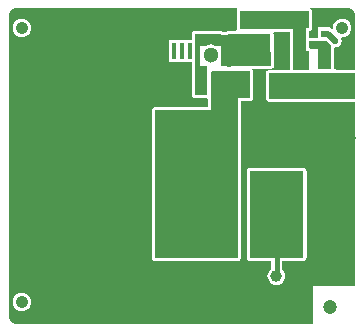
<source format=gtl>
G04 Layer_Physical_Order=1*
G04 Layer_Color=255*
%FSLAX25Y25*%
%MOIN*%
G70*
G01*
G75*
%ADD10C,0.01500*%
%ADD11R,0.01575X0.05315*%
%ADD12C,0.03937*%
%ADD13C,0.04724*%
%ADD14R,0.02362X0.01969*%
%ADD15R,0.01969X0.02362*%
%ADD16R,0.05984X0.06299*%
%ADD17R,0.03543X0.03543*%
%ADD18R,0.07480X0.03937*%
%ADD19R,0.03600X0.05000*%
%ADD20R,0.04724X0.03347*%
%ADD21C,0.02000*%
%ADD22O,0.02756X0.05906*%
%ADD23O,0.05906X0.02756*%
%ADD24O,0.04724X0.07480*%
%ADD25C,0.05118*%
%ADD26C,0.09843*%
%ADD27C,0.04134*%
%ADD28C,0.02200*%
G36*
X97430Y-1681D02*
Y-7309D01*
X96593D01*
Y-10901D01*
X96566D01*
Y-14870D01*
X97255D01*
X97267Y-14877D01*
X97338Y-14949D01*
X97430Y-15010D01*
Y-21282D01*
X97406Y-21292D01*
Y-21292D01*
X97406Y-21292D01*
X92293D01*
X92293Y-21292D01*
X92293Y-21292D01*
X92246Y-21272D01*
Y-7662D01*
X74654D01*
X74301Y-7308D01*
X74324Y-1774D01*
X74441Y-1657D01*
X97406D01*
X97430Y-1681D01*
D02*
G37*
G36*
X104394Y-12747D02*
X104640Y-13115D01*
Y-21034D01*
X104560Y-21111D01*
X104533Y-21136D01*
X100356D01*
X100346Y-21111D01*
X100346D01*
X100346Y-21111D01*
Y-14311D01*
X98165D01*
X98151Y-14289D01*
X98067Y-14233D01*
X97996Y-14163D01*
X97946Y-14129D01*
X97904Y-14101D01*
X97833Y-14030D01*
X97821Y-14022D01*
X97729Y-13984D01*
X97657Y-13936D01*
D01*
X97645Y-13928D01*
X97585Y-13916D01*
Y-11528D01*
X103174D01*
X104394Y-12747D01*
D02*
G37*
G36*
X69884Y-21745D02*
X69912Y-21718D01*
X77697D01*
Y-30733D01*
X77697Y-30733D01*
X77697Y-30733D01*
X77696Y-30735D01*
X73668D01*
X73656Y-30748D01*
Y-32824D01*
Y-83843D01*
X73572Y-83928D01*
Y-83927D01*
X73572Y-83928D01*
X46132D01*
X46132Y-83927D01*
X46132Y-83928D01*
X46027Y-83884D01*
Y-60710D01*
Y-34729D01*
X46105Y-34650D01*
X46209Y-34547D01*
X64946D01*
Y-22054D01*
X65301Y-21702D01*
X69884Y-21745D01*
D02*
G37*
G36*
X112749Y-22408D02*
X112749Y-22408D01*
X112830Y-22441D01*
Y-23945D01*
Y-30826D01*
X112830Y-30826D01*
X112830Y-30827D01*
X112808Y-30880D01*
X84419D01*
X84065Y-30526D01*
X84067Y-22430D01*
X84121Y-22408D01*
Y-22408D01*
X84121Y-22408D01*
X112749D01*
X112749Y-22408D01*
D02*
G37*
G36*
X84600Y-15160D02*
X84600Y-15160D01*
X84700Y-15162D01*
Y-19863D01*
X68000D01*
Y-17588D01*
X68133Y-17268D01*
X68255Y-16339D01*
X68133Y-15409D01*
X68000Y-15089D01*
Y-13383D01*
X66660D01*
X66460Y-13230D01*
X65594Y-12871D01*
X64665Y-12749D01*
X63736Y-12871D01*
X62871Y-13230D01*
X62670Y-13383D01*
X61100D01*
Y-16153D01*
X61076Y-16339D01*
X61100Y-16524D01*
Y-19968D01*
X63600D01*
Y-29583D01*
X59400D01*
X59300Y-29479D01*
Y-29061D01*
Y-23731D01*
Y-18717D01*
X59465D01*
Y-11402D01*
X59300D01*
Y-9307D01*
X67767D01*
X68414Y-9575D01*
X69291Y-9690D01*
X70169Y-9575D01*
X70816Y-9307D01*
X84600D01*
Y-15160D01*
D02*
G37*
G36*
X73673Y-867D02*
X73707Y-949D01*
X73603Y-1053D01*
X73494Y-1217D01*
X73384Y-1380D01*
X73383Y-1383D01*
X73382Y-1384D01*
X73344Y-1577D01*
X73304Y-1770D01*
X73282Y-7304D01*
X73282Y-7305D01*
X73282Y-7306D01*
X73320Y-7501D01*
X73358Y-7694D01*
X73358Y-7695D01*
X73359Y-7696D01*
Y-7696D01*
X73440Y-7880D01*
X72826Y-8287D01*
X70816D01*
D01*
X70816D01*
X70738Y-8303D01*
X70425Y-8365D01*
X70425Y-8365D01*
X69903Y-8581D01*
X69291Y-8662D01*
X68680Y-8581D01*
X68157Y-8365D01*
X67767Y-8287D01*
X67767D01*
D01*
X59300D01*
X58910Y-8365D01*
X58579Y-8586D01*
X58358Y-8917D01*
X58280Y-9307D01*
Y-11402D01*
X55890D01*
Y-11402D01*
X54346D01*
Y-11402D01*
X50772D01*
Y-18717D01*
X53331D01*
Y-18717D01*
X56906D01*
Y-18717D01*
X58280D01*
Y-23731D01*
Y-29061D01*
Y-29479D01*
X58317Y-29663D01*
X58350Y-29848D01*
X58356Y-29858D01*
X58358Y-29869D01*
X58462Y-30025D01*
X58563Y-30184D01*
X58663Y-30288D01*
X58673Y-30295D01*
X58679Y-30304D01*
X58835Y-30409D01*
X58989Y-30517D01*
X59000Y-30519D01*
X59010Y-30525D01*
X59194Y-30562D01*
X59377Y-30603D01*
X59389Y-30601D01*
X59400Y-30603D01*
X63600D01*
X63926Y-30871D01*
Y-33527D01*
X46209D01*
X45819Y-33604D01*
X45488Y-33825D01*
X45384Y-33929D01*
X45306Y-34007D01*
X45085Y-34338D01*
X45007Y-34729D01*
Y-60710D01*
Y-83884D01*
X45054Y-84117D01*
X45085Y-84274D01*
X45085Y-84274D01*
X45085Y-84274D01*
X45218Y-84473D01*
X45306Y-84605D01*
X45306Y-84605D01*
X45306Y-84605D01*
X45470Y-84715D01*
X45637Y-84826D01*
X45742Y-84869D01*
X45742D01*
X45742Y-84869D01*
X45977Y-84916D01*
X46132Y-84947D01*
X46132Y-84947D01*
X46132Y-84947D01*
X46132D01*
X46132D01*
X73572D01*
D01*
X73572D01*
X73962Y-84869D01*
X74293Y-84648D01*
X74377Y-84564D01*
X74598Y-84234D01*
X74676Y-83843D01*
Y-32824D01*
Y-31755D01*
X77695D01*
X77696Y-31755D01*
X77696Y-31755D01*
X77696D01*
X77878Y-31719D01*
X78086Y-31678D01*
X78086Y-31677D01*
X78086Y-31677D01*
X78245Y-31571D01*
X78417Y-31457D01*
X78417Y-31457D01*
X78417Y-31456D01*
X78529Y-31289D01*
X78638Y-31126D01*
X78638Y-31126D01*
X78638Y-31126D01*
Y-31126D01*
X78639Y-31124D01*
X78639Y-31124D01*
X78639Y-31124D01*
X78677Y-30931D01*
X78717Y-30734D01*
X78716Y-30734D01*
X78717Y-30733D01*
Y-30733D01*
Y-30733D01*
Y-21718D01*
X78639Y-21327D01*
X78418Y-20997D01*
X78452Y-20883D01*
X84700D01*
X85090Y-20805D01*
X85421Y-20584D01*
X85642Y-20254D01*
X85720Y-19863D01*
Y-15162D01*
X85682Y-14975D01*
X85649Y-14788D01*
X85644Y-14780D01*
X85642Y-14772D01*
X85620Y-14738D01*
Y-9307D01*
X85542Y-8917D01*
X85668Y-8682D01*
X91226D01*
Y-21272D01*
X91131Y-21388D01*
X84121D01*
D01*
X84121D01*
X83921Y-21428D01*
X83731Y-21465D01*
X83731Y-21465D01*
X83731D01*
X83731Y-21465D01*
X83677Y-21488D01*
D01*
D01*
X83677Y-21488D01*
X83526Y-21589D01*
X83506Y-21602D01*
X83272D01*
Y-21819D01*
X83226Y-21888D01*
X83125Y-22039D01*
X83125Y-22039D01*
X83125Y-22039D01*
X83086Y-22235D01*
X83047Y-22430D01*
X83046Y-30526D01*
X83046Y-30526D01*
X83046Y-30526D01*
X83081Y-30705D01*
X83123Y-30916D01*
X83123Y-30916D01*
X83123Y-30916D01*
X83220Y-31061D01*
X83344Y-31247D01*
X83344Y-31247D01*
X83344Y-31247D01*
X83698Y-31600D01*
X83698Y-31600D01*
X83698Y-31600D01*
X83844Y-31698D01*
X84028Y-31821D01*
X84028Y-31821D01*
X84028Y-31821D01*
X84197Y-31855D01*
X84418Y-31899D01*
X84418Y-31899D01*
X84419Y-31899D01*
X112808D01*
X112899Y-31973D01*
Y-93207D01*
X98822D01*
X98791Y-93176D01*
Y-106009D01*
X0D01*
Y-106006D01*
X-688Y-105916D01*
X-1330Y-105650D01*
X-1881Y-105227D01*
X-2303Y-104676D01*
X-2569Y-104035D01*
X-2660Y-103347D01*
X-2662D01*
Y-3150D01*
X-2660D01*
X-2569Y-2461D01*
X-2303Y-1820D01*
X-1881Y-1269D01*
X-1330Y-846D01*
X-688Y-581D01*
X0Y-490D01*
Y-487D01*
X73420D01*
X73673Y-867D01*
D02*
G37*
G36*
X110236Y-490D02*
X110925Y-581D01*
X111566Y-846D01*
X112117Y-1269D01*
X112540Y-1820D01*
X112805Y-2461D01*
X112896Y-3150D01*
X112899D01*
Y-20789D01*
X112749Y-21388D01*
D01*
X112749D01*
X107445D01*
X105660Y-21033D01*
Y-14096D01*
X106046Y-13778D01*
X106198Y-13808D01*
X107018Y-13646D01*
X107712Y-13181D01*
X108176Y-12487D01*
X108339Y-11667D01*
X108176Y-10848D01*
X108165Y-10831D01*
X108429Y-10406D01*
X108504Y-10416D01*
X109305Y-10311D01*
X110051Y-10002D01*
X110691Y-9510D01*
X111183Y-8869D01*
X111492Y-8123D01*
X111597Y-7323D01*
X111492Y-6522D01*
X111183Y-5776D01*
X110691Y-5136D01*
X110051Y-4644D01*
X109305Y-4335D01*
X108504Y-4229D01*
X107703Y-4335D01*
X106957Y-4644D01*
X106317Y-5136D01*
X105825Y-5776D01*
X105516Y-6522D01*
X105411Y-7323D01*
X105420Y-7393D01*
X104995Y-7657D01*
X104565Y-7369D01*
X104417Y-7340D01*
Y-7072D01*
X100449D01*
Y-8977D01*
X100394Y-9253D01*
X100449Y-9530D01*
Y-10508D01*
X97613D01*
Y-8292D01*
X97820Y-8251D01*
X98151Y-8030D01*
X98372Y-7699D01*
X98450Y-7309D01*
Y-1681D01*
X98372Y-1291D01*
X98151Y-960D01*
X98127Y-936D01*
X97796Y-716D01*
X97406Y-638D01*
X97557Y-487D01*
X110236D01*
Y-490D01*
D02*
G37*
%LPC*%
G36*
X1732Y-95568D02*
X932Y-95673D01*
X186Y-95982D01*
X-455Y-96474D01*
X-947Y-97115D01*
X-1256Y-97861D01*
X-1361Y-98661D01*
X-1256Y-99462D01*
X-947Y-100208D01*
X-455Y-100849D01*
X186Y-101340D01*
X932Y-101649D01*
X1732Y-101755D01*
X2533Y-101649D01*
X3279Y-101340D01*
X3920Y-100849D01*
X4411Y-100208D01*
X4720Y-99462D01*
X4826Y-98661D01*
X4720Y-97861D01*
X4411Y-97115D01*
X3920Y-96474D01*
X3279Y-95982D01*
X2533Y-95673D01*
X1732Y-95568D01*
D02*
G37*
G36*
Y-4229D02*
X932Y-4335D01*
X186Y-4644D01*
X-455Y-5136D01*
X-947Y-5776D01*
X-1256Y-6522D01*
X-1361Y-7323D01*
X-1256Y-8123D01*
X-947Y-8869D01*
X-455Y-9510D01*
X186Y-10002D01*
X932Y-10311D01*
X1732Y-10416D01*
X2533Y-10311D01*
X3279Y-10002D01*
X3920Y-9510D01*
X4411Y-8869D01*
X4720Y-8123D01*
X4826Y-7323D01*
X4720Y-6522D01*
X4411Y-5776D01*
X3920Y-5136D01*
X3279Y-4644D01*
X2533Y-4335D01*
X1732Y-4229D01*
D02*
G37*
G36*
X95600Y-53863D02*
X77716D01*
X77653Y-53875D01*
X77588Y-53871D01*
X77459Y-53914D01*
X77326Y-53940D01*
X77272Y-53977D01*
X77210Y-53997D01*
X77108Y-54086D01*
X76995Y-54162D01*
X76959Y-54215D01*
X76910Y-54258D01*
X76850Y-54379D01*
X76774Y-54492D01*
X76764Y-54542D01*
X76758Y-54551D01*
Y-54551D01*
X76758Y-54551D01*
X76754Y-54571D01*
X76732Y-54614D01*
X76716Y-54673D01*
X76707Y-54808D01*
X76680Y-54941D01*
Y-84083D01*
X76758Y-84474D01*
X76979Y-84804D01*
X77310Y-85025D01*
X77700Y-85103D01*
X84916D01*
Y-87530D01*
X84478Y-87866D01*
X84002Y-88486D01*
X83703Y-89209D01*
X83601Y-89983D01*
X83703Y-90758D01*
X84002Y-91480D01*
X84478Y-92101D01*
X85098Y-92576D01*
X85820Y-92876D01*
X86595Y-92978D01*
X87370Y-92876D01*
X88092Y-92576D01*
X88712Y-92101D01*
X89188Y-91480D01*
X89487Y-90758D01*
X89589Y-89983D01*
X89487Y-89209D01*
X89188Y-88486D01*
X88712Y-87866D01*
X88484Y-87691D01*
Y-85103D01*
X95400D01*
X95471Y-85089D01*
X95543Y-85093D01*
X95664Y-85050D01*
X95790Y-85025D01*
X95850Y-84985D01*
X95918Y-84962D01*
X96018Y-84903D01*
X96118Y-84844D01*
X96214Y-84758D01*
X96321Y-84686D01*
X96361Y-84627D01*
X96415Y-84579D01*
X96470Y-84463D01*
X96542Y-84356D01*
X96556Y-84285D01*
X96587Y-84220D01*
X96595Y-84092D01*
X96620Y-83965D01*
Y-54883D01*
X96542Y-54492D01*
X96321Y-54162D01*
X95990Y-53940D01*
X95600Y-53863D01*
D02*
G37*
%LPD*%
G36*
Y-83965D02*
X95500Y-84025D01*
X95400Y-84083D01*
X77700D01*
Y-54941D01*
X77700Y-54941D01*
Y-54941D01*
X77716Y-54883D01*
X95600D01*
Y-83965D01*
D02*
G37*
D10*
X87337Y-81136D02*
G03*
X86700Y-82673I1537J-1537D01*
G01*
Y-83087D02*
G03*
X85892Y-81136I-2760J0D01*
G01*
X87196Y-81253D02*
G03*
X86606Y-82373I778J-1125D01*
G01*
Y-82373D02*
G03*
X86026Y-81249I-1368J6D01*
G01*
X86700Y-83087D02*
G03*
X85892Y-81136I-2760J0D01*
G01*
X87337Y-81136D02*
G03*
X86700Y-82673I1537J-1537D01*
G01*
X86606Y-82373D02*
X86614Y-80413D01*
X85627Y-80676D02*
X86606Y-82373D01*
X87599Y-80684D01*
X86606Y-82373D02*
X86614Y-80413D01*
X85627Y-80676D02*
X86606Y-82373D01*
X87599Y-80684D01*
X86606Y-82373D02*
X86614Y-80413D01*
X85627Y-80676D02*
X86606Y-82373D01*
X87599Y-80684D01*
X86606Y-82373D02*
X86614Y-80413D01*
X85627Y-80676D02*
X86606Y-82373D01*
X87599Y-80684D01*
X86606Y-82373D02*
X86614Y-80413D01*
X85627Y-80676D02*
X86606Y-82373D01*
X87599Y-80684D01*
X86614Y-80413D02*
X86700Y-80499D01*
Y-89983D02*
Y-80499D01*
X86606Y-82373D02*
X87599Y-80684D01*
X85627Y-80676D02*
X86606Y-82373D01*
X86614Y-80413D01*
D11*
X52559Y-15059D02*
D03*
X50000D02*
D03*
X55118Y-15059D02*
D03*
X57677Y-15059D02*
D03*
X60236Y-15059D02*
D03*
D12*
X61400Y-26783D02*
D03*
X109120Y-27119D02*
D03*
X86595Y-89983D02*
D03*
X23220Y-90364D02*
D03*
D13*
X104500Y-100284D02*
D03*
D14*
X94810Y-12886D02*
D03*
X98747D02*
D03*
X94837Y-9294D02*
D03*
X98774D02*
D03*
D15*
X102433Y-13191D02*
D03*
Y-9253D02*
D03*
D16*
X87264Y-25752D02*
D03*
X73800Y-25751D02*
D03*
D17*
X95223Y-4631D02*
D03*
X101723D02*
D03*
D18*
X79500Y-16789D02*
D03*
X79500Y-4978D02*
D03*
D19*
X98573Y-27011D02*
D03*
X102573Y-18211D02*
D03*
X95073D02*
D03*
D20*
X88445Y-5028D02*
D03*
Y-17035D02*
D03*
D21*
X103784Y-9253D02*
X106198Y-11667D01*
X103784Y-9253D02*
X106198Y-11667D01*
X102433Y-9253D02*
X103784D01*
X102433D02*
X103784D01*
X102433D02*
X103784D01*
X106198Y-11667D01*
X102433Y-9253D02*
X103784D01*
X106198Y-11667D01*
D22*
X49016Y-59193D02*
D03*
X61221D02*
D03*
X92716D02*
D03*
X80512D02*
D03*
X17520D02*
D03*
X29724D02*
D03*
D23*
X55118Y-80020D02*
D03*
X86614D02*
D03*
X23622D02*
D03*
D24*
X69291Y-4921D02*
D03*
X40945D02*
D03*
D25*
X64665Y-16339D02*
D03*
X45571D02*
D03*
D26*
X107953Y-43898D02*
D03*
X2285D02*
D03*
D27*
X1732Y-7323D02*
D03*
X108504D02*
D03*
X1732Y-98661D02*
D03*
D28*
X111665Y-15057D02*
D03*
Y-11137D02*
D03*
X108133Y-15057D02*
D03*
X111665Y-18978D02*
D03*
X34175Y-12507D02*
D03*
Y-8046D02*
D03*
Y-17104D02*
D03*
X49240Y-23258D02*
D03*
X53196D02*
D03*
X45285D02*
D03*
X30244Y-3666D02*
D03*
X34175D02*
D03*
X26231D02*
D03*
X10893Y-3715D02*
D03*
X14815D02*
D03*
X6880D02*
D03*
X17594Y-31330D02*
D03*
X21516D02*
D03*
X13581D02*
D03*
X34964D02*
D03*
X38875D02*
D03*
X31090D02*
D03*
X49831D02*
D03*
X53711D02*
D03*
X45813D02*
D03*
X6718Y-55163D02*
D03*
Y-59282D02*
D03*
Y-63402D02*
D03*
Y-67523D02*
D03*
Y-71643D02*
D03*
Y-75762D02*
D03*
X49817Y-89935D02*
D03*
X45412D02*
D03*
X40911D02*
D03*
X36458D02*
D03*
X32005D02*
D03*
X27553D02*
D03*
X49817Y-94652D02*
D03*
X45412D02*
D03*
X40911D02*
D03*
X36458D02*
D03*
X32005D02*
D03*
X27553D02*
D03*
X49817Y-99291D02*
D03*
X45412D02*
D03*
X40911D02*
D03*
X36458D02*
D03*
X32005D02*
D03*
X27553D02*
D03*
X111585Y-3368D02*
D03*
X67331Y-11001D02*
D03*
X86676Y-103284D02*
D03*
X67382D02*
D03*
X77029D02*
D03*
X72206D02*
D03*
X38871Y-75447D02*
D03*
Y-83447D02*
D03*
Y-79448D02*
D03*
X110000Y-82534D02*
D03*
Y-91783D02*
D03*
Y-87159D02*
D03*
X39000Y-60783D02*
D03*
Y-68783D02*
D03*
Y-64784D02*
D03*
Y-43284D02*
D03*
Y-51284D02*
D03*
Y-47284D02*
D03*
X91500Y-103284D02*
D03*
X81853D02*
D03*
X110000Y-77908D02*
D03*
Y-68659D02*
D03*
Y-73283D02*
D03*
Y-64034D02*
D03*
Y-54783D02*
D03*
Y-59408D02*
D03*
X50929Y-6007D02*
D03*
X58929D02*
D03*
X54929D02*
D03*
X49817Y-103284D02*
D03*
X62559D02*
D03*
X57735D02*
D03*
X36458D02*
D03*
X45412D02*
D03*
X40911D02*
D03*
X23100D02*
D03*
X32005D02*
D03*
X27553D02*
D03*
X9500D02*
D03*
X18647D02*
D03*
X14194D02*
D03*
X1500Y-80033D02*
D03*
Y-88283D02*
D03*
Y-84158D02*
D03*
Y-67659D02*
D03*
Y-75908D02*
D03*
Y-71784D02*
D03*
Y-59408D02*
D03*
Y-63534D02*
D03*
Y-55283D02*
D03*
Y-12383D02*
D03*
Y-16503D02*
D03*
Y-20624D02*
D03*
Y-24744D02*
D03*
Y-28863D02*
D03*
Y-32983D02*
D03*
X103300Y-59341D02*
D03*
Y-82126D02*
D03*
Y-73012D02*
D03*
Y-86683D02*
D03*
Y-77569D02*
D03*
X18647Y-99325D02*
D03*
X23100D02*
D03*
X14194D02*
D03*
X9500D02*
D03*
X103300Y-54783D02*
D03*
Y-63898D02*
D03*
Y-68455D02*
D03*
X70820Y-14250D02*
D03*
Y-16717D02*
D03*
Y-19184D02*
D03*
X70851Y-11001D02*
D03*
X60831D02*
D03*
X64031D02*
D03*
X82700Y-11784D02*
D03*
X74780D02*
D03*
X78740D02*
D03*
X108013Y-18978D02*
D03*
X106198Y-11667D02*
D03*
M02*

</source>
